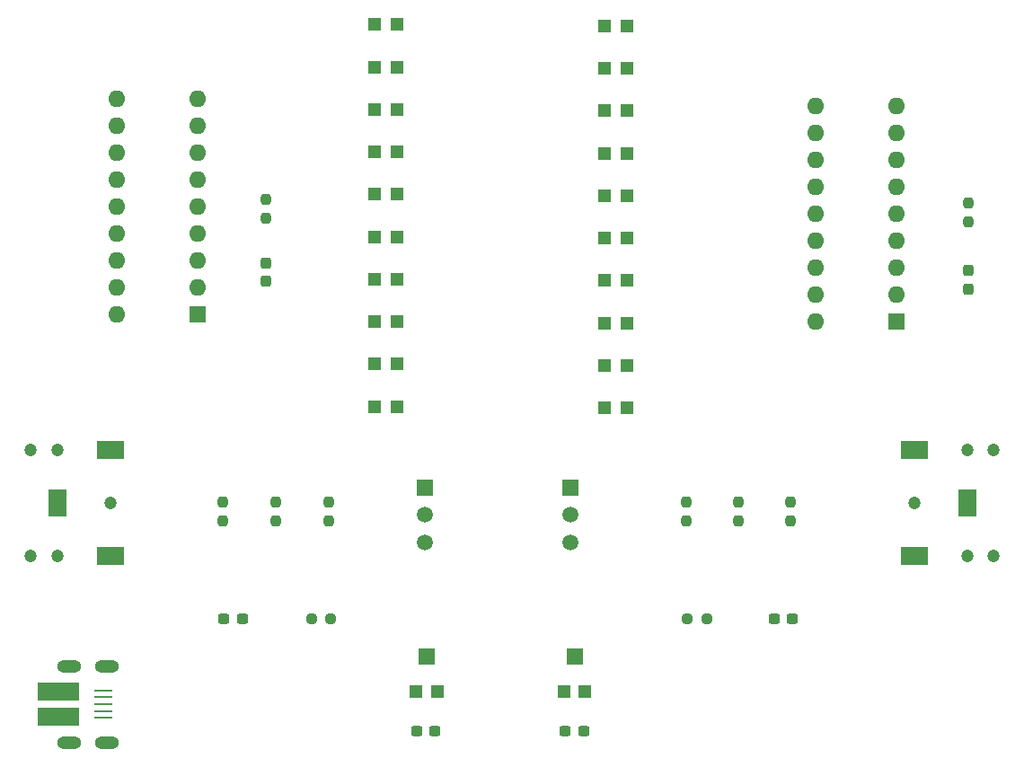
<source format=gts>
G04 #@! TF.GenerationSoftware,KiCad,Pcbnew,(6.0.7)*
G04 #@! TF.CreationDate,2022-07-31T23:48:51-04:00*
G04 #@! TF.ProjectId,VUmeter,56556d65-7465-4722-9e6b-696361645f70,rev?*
G04 #@! TF.SameCoordinates,Original*
G04 #@! TF.FileFunction,Soldermask,Top*
G04 #@! TF.FilePolarity,Negative*
%FSLAX46Y46*%
G04 Gerber Fmt 4.6, Leading zero omitted, Abs format (unit mm)*
G04 Created by KiCad (PCBNEW (6.0.7)) date 2022-07-31 23:48:51*
%MOMM*%
%LPD*%
G01*
G04 APERTURE LIST*
G04 Aperture macros list*
%AMRoundRect*
0 Rectangle with rounded corners*
0 $1 Rounding radius*
0 $2 $3 $4 $5 $6 $7 $8 $9 X,Y pos of 4 corners*
0 Add a 4 corners polygon primitive as box body*
4,1,4,$2,$3,$4,$5,$6,$7,$8,$9,$2,$3,0*
0 Add four circle primitives for the rounded corners*
1,1,$1+$1,$2,$3*
1,1,$1+$1,$4,$5*
1,1,$1+$1,$6,$7*
1,1,$1+$1,$8,$9*
0 Add four rect primitives between the rounded corners*
20,1,$1+$1,$2,$3,$4,$5,0*
20,1,$1+$1,$4,$5,$6,$7,0*
20,1,$1+$1,$6,$7,$8,$9,0*
20,1,$1+$1,$8,$9,$2,$3,0*%
G04 Aperture macros list end*
%ADD10R,1.200000X1.200000*%
%ADD11RoundRect,0.237500X0.237500X-0.250000X0.237500X0.250000X-0.237500X0.250000X-0.237500X-0.250000X0*%
%ADD12R,1.600000X1.500000*%
%ADD13R,1.500000X1.500000*%
%ADD14C,1.500000*%
%ADD15RoundRect,0.237500X-0.300000X-0.237500X0.300000X-0.237500X0.300000X0.237500X-0.300000X0.237500X0*%
%ADD16RoundRect,0.237500X-0.250000X-0.237500X0.250000X-0.237500X0.250000X0.237500X-0.250000X0.237500X0*%
%ADD17RoundRect,0.237500X-0.237500X0.250000X-0.237500X-0.250000X0.237500X-0.250000X0.237500X0.250000X0*%
%ADD18RoundRect,0.237500X0.250000X0.237500X-0.250000X0.237500X-0.250000X-0.237500X0.250000X-0.237500X0*%
%ADD19R,1.600000X1.600000*%
%ADD20O,1.600000X1.600000*%
%ADD21R,1.700000X0.250000*%
%ADD22O,2.300000X1.200000*%
%ADD23R,3.900000X1.800000*%
%ADD24C,1.200000*%
%ADD25R,1.800000X2.500000*%
%ADD26R,2.500000X1.800000*%
%ADD27RoundRect,0.237500X0.300000X0.237500X-0.300000X0.237500X-0.300000X-0.237500X0.300000X-0.237500X0*%
%ADD28RoundRect,0.237500X-0.237500X0.300000X-0.237500X-0.300000X0.237500X-0.300000X0.237500X0.300000X0*%
G04 APERTURE END LIST*
D10*
X185823800Y-99055000D03*
X187923800Y-99055000D03*
D11*
X153924000Y-105202500D03*
X153924000Y-103377500D03*
D10*
X166276200Y-98945000D03*
X164176200Y-98945000D03*
X185823800Y-87055000D03*
X187923800Y-87055000D03*
X185823800Y-103055000D03*
X187923800Y-103055000D03*
D11*
X203343800Y-133754500D03*
X203343800Y-131929500D03*
D10*
X168050000Y-149800000D03*
D12*
X169050000Y-146550000D03*
D10*
X170050000Y-149800000D03*
D13*
X168910000Y-130556000D03*
D14*
X168910000Y-133156000D03*
X168910000Y-135756000D03*
D11*
X198438000Y-133754500D03*
X198438000Y-131929500D03*
D15*
X182138500Y-153550000D03*
X183863500Y-153550000D03*
D16*
X193635800Y-142915500D03*
X195460800Y-142915500D03*
D10*
X166276200Y-106945000D03*
X164176200Y-106945000D03*
X185823800Y-91055000D03*
X187923800Y-91055000D03*
D11*
X220139800Y-105560500D03*
X220139800Y-103735500D03*
D10*
X166276200Y-118945000D03*
X164176200Y-118945000D03*
X166276200Y-122945000D03*
X164176200Y-122945000D03*
X166276200Y-94945000D03*
X164176200Y-94945000D03*
D17*
X159830000Y-131929500D03*
X159830000Y-133754500D03*
D10*
X166276200Y-110945000D03*
X164176200Y-110945000D03*
D15*
X168137500Y-153550000D03*
X169862500Y-153550000D03*
D18*
X160016500Y-142915500D03*
X158191500Y-142915500D03*
D10*
X166276200Y-102945000D03*
X164176200Y-102945000D03*
X166276200Y-114945000D03*
X164176200Y-114945000D03*
X166276200Y-90945000D03*
X164176200Y-90945000D03*
D11*
X149830000Y-133754500D03*
X149830000Y-131929500D03*
D10*
X185823800Y-95055000D03*
X187923800Y-95055000D03*
D19*
X147473400Y-114290000D03*
D20*
X147473400Y-111750000D03*
X147473400Y-109210000D03*
X147473400Y-106670000D03*
X147473400Y-104130000D03*
X147473400Y-101590000D03*
X147473400Y-99050000D03*
X147473400Y-96510000D03*
X147473400Y-93970000D03*
X139853400Y-93970000D03*
X139853400Y-96510000D03*
X139853400Y-99050000D03*
X139853400Y-101590000D03*
X139853400Y-104130000D03*
X139853400Y-106670000D03*
X139853400Y-109210000D03*
X139853400Y-111750000D03*
X139853400Y-114290000D03*
D10*
X185823800Y-111055000D03*
X187923800Y-111055000D03*
D13*
X182626000Y-130556000D03*
D14*
X182626000Y-133156000D03*
X182626000Y-135756000D03*
D21*
X138575000Y-149700000D03*
X138575000Y-150350000D03*
X138575000Y-151000000D03*
X138575000Y-151650000D03*
X138575000Y-152300000D03*
D22*
X135375000Y-147400000D03*
D23*
X134375000Y-152150000D03*
D22*
X135375000Y-154600000D03*
D23*
X134375000Y-149850000D03*
D22*
X138925000Y-154600000D03*
X138925000Y-147400000D03*
D11*
X154830000Y-133754500D03*
X154830000Y-131929500D03*
D10*
X182001000Y-149800000D03*
D12*
X183001000Y-146550000D03*
D10*
X184001000Y-149800000D03*
D11*
X193532300Y-133754500D03*
X193532300Y-131929500D03*
D10*
X185823800Y-119055000D03*
X187923800Y-119055000D03*
D24*
X220000000Y-127000000D03*
X215000000Y-132000000D03*
X220000000Y-137000000D03*
X222500000Y-127000000D03*
X222500000Y-137000000D03*
D25*
X220000000Y-132000000D03*
D26*
X215000000Y-127000000D03*
X215000000Y-137000000D03*
D27*
X151692500Y-142929500D03*
X149967500Y-142929500D03*
D28*
X153924000Y-109427500D03*
X153924000Y-111152500D03*
D10*
X166276200Y-86945000D03*
X164176200Y-86945000D03*
D24*
X131750000Y-137000000D03*
X139250000Y-132000000D03*
X131750000Y-127000000D03*
X134250000Y-137000000D03*
X134250000Y-127000000D03*
D25*
X134250000Y-132000000D03*
D26*
X139250000Y-137000000D03*
X139250000Y-127000000D03*
D10*
X185823800Y-115055000D03*
X187923800Y-115055000D03*
D19*
X213341600Y-114954000D03*
D20*
X213341600Y-112414000D03*
X213341600Y-109874000D03*
X213341600Y-107334000D03*
X213341600Y-104794000D03*
X213341600Y-102254000D03*
X213341600Y-99714000D03*
X213341600Y-97174000D03*
X213341600Y-94634000D03*
X205721600Y-94634000D03*
X205721600Y-97174000D03*
X205721600Y-99714000D03*
X205721600Y-102254000D03*
X205721600Y-104794000D03*
X205721600Y-107334000D03*
X205721600Y-109874000D03*
X205721600Y-112414000D03*
X205721600Y-114954000D03*
D10*
X185823800Y-107055000D03*
X187923800Y-107055000D03*
D28*
X220139800Y-110135500D03*
X220139800Y-111860500D03*
D10*
X185823800Y-123055000D03*
X187923800Y-123055000D03*
D15*
X201813800Y-142929500D03*
X203538800Y-142929500D03*
M02*

</source>
